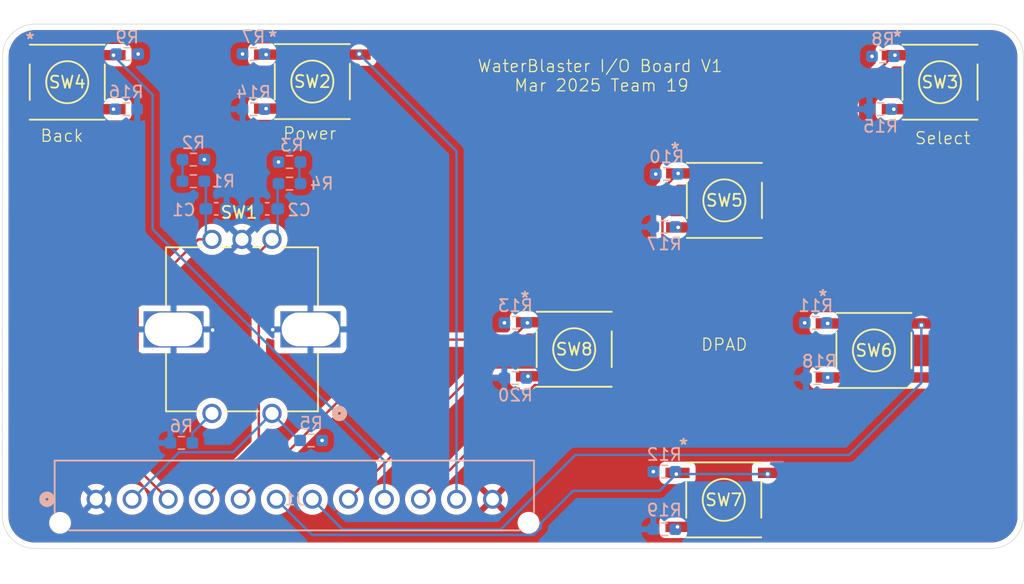
<source format=kicad_pcb>
(kicad_pcb (version 20241229) (generator "pcbnew") (generator_version "9.0")
  (layers (0 "F.Cu" signal) (2 "B.Cu" signal) (13 "F.Paste" user) (15 "B.Paste" user) (5 "F.SilkS" user "F.Silkscreen") (7 "B.SilkS" user "B.Silkscreen") (1 "F.Mask" user) (3 "B.Mask" user) (25 "Edge.Cuts" user))
  (net 0 "")
  (net 1 "/EncoderB")
  (net 2 "/EncoderA")
  (net 3 "/Back")
  (net 4 "/DPadLeft")
  (net 5 "/Select")
  (net 6 "/DPadDown")
  (net 7 "+3V3")
  (net 8 "GND")
  (net 9 "/Power")
  (net 10 "/DPadUp")
  (net 11 "/DPadRight")
  (net 12 "Net-(R1-Pad2)")
  (net 13 "Net-(R3-Pad2)")
  (net 14 "/EncoderButton")
  (net 15 "Net-(R6-Pad2)")
  (net 16 "Net-(R14-Pad2)")
  (net 17 "Net-(R15-Pad2)")
  (net 18 "Net-(R16-Pad2)")
  (net 19 "Net-(R17-Pad2)")
  (net 20 "Net-(R18-Pad2)")
  (net 21 "Net-(R19-Pad2)")
  (net 22 "Net-(R20-Pad2)")
  (footprint "WaterBlaster:PTS645SL43SMTR92LFS_CNK" (layer "F.Cu") (at 177.7481 89.750001)
    (property "Reference" "SW7" (at 0 0 0) (layer "F.SilkS"))
    (property "Value" "SW_Push")
    (fp_line (start -3.1242 -1.485461) (end -3.1242 1.485461) (stroke (width 0.1524)) (layer "F.SilkS"))
    (fp_line (start -3.1242 3.1242) (end 3.1242 3.1242) (stroke (width 0.1524)) (layer "F.SilkS"))
    (fp_line (start 3.1242 -3.1242) (end -3.1242 -3.1242) (stroke (width 0.1524)) (layer "F.SilkS"))
    (fp_line (start 3.1242 1.485461) (end 3.1242 -1.485461) (stroke (width 0.1524)) (layer "F.SilkS"))
    (fp_circle (center 0 0) (end 1.7526 0) (stroke (width 0.1524)) (fill no) (layer "F.SilkS"))
    (fp_text user "*" (at -3.3481 -4.550001 0) (layer "F.SilkS"))
    (fp_text user "*" (at -3.3481 -4.550001 0) (layer "B.SilkS") (effects (justify mirror)))
    (pad "1" smd rect (at -3.8481 -2.250001) (size 2.0066 0.8636) (layers "F.Cu" "F.Mask" "F.Paste") (net 6 "/DPadDown"))
    (pad "1" smd rect (at 3.8481 -2.250001) (size 2.0066 0.8636) (layers "F.Cu" "F.Mask" "F.Paste") (net 6 "/DPadDown"))
    (pad "2" smd rect (at -3.8481 2.250001) (size 2.0066 0.8636) (layers "F.Cu" "F.Mask" "F.Paste") (net 21 "Net-(R19-Pad2)"))
    (pad "2" smd rect (at 3.8481 2.250001) (size 2.0066 0.8636) (layers "F.Cu" "F.Mask" "F.Paste") (net 21 "Net-(R19-Pad2)"))
  )
  (footprint "WaterBlaster:SW_PEC11R-4XXXK-SXXXX_BRN" (layer "F.Cu") (at 140.144801 82.54515 180)
    (property "Reference" "SW1" (at 2.744801 16.74515 0) (layer "F.SilkS"))
    (property "Value" "PEC11R-4020F-S0024")
    (fp_line (start 8.8246 13.838199) (end 8.8246 9) (stroke (width 0.1524)) (layer "F.SilkS"))
    (fp_line (start 8.8246 5) (end 8.8246 0.173) (stroke (width 0.1524)) (layer "F.SilkS"))
    (fp_line (start 8.8246 0.173) (end 6.119553 0.173) (stroke (width 0.1524)) (layer "F.SilkS"))
    (fp_line (start 5.919428 13.838199) (end 8.8246 13.838199) (stroke (width 0.1524)) (layer "F.SilkS"))
    (fp_line (start 3.880448 0.173) (end 1.119552 0.173) (stroke (width 0.1524)) (layer "F.SilkS"))
    (fp_line (start 3.419428 13.838199) (end 4.080573 13.838199) (stroke (width 0.1524)) (layer "F.SilkS"))
    (fp_line (start 0.919428 13.838199) (end 1.580573 13.838199) (stroke (width 0.1524)) (layer "F.SilkS"))
    (fp_line (start -1.119552 0.173) (end -3.8246 0.173) (stroke (width 0.1524)) (layer "F.SilkS"))
    (fp_line (start -3.8246 13.838199) (end -0.919427 13.838199) (stroke (width 0.1524)) (layer "F.SilkS"))
    (fp_line (start -3.8246 9) (end -3.8246 13.838199) (stroke (width 0.1524)) (layer "F.SilkS"))
    (fp_line (start -3.8246 0.173) (end -3.8246 5) (stroke (width 0.1524)) (layer "F.SilkS"))
    (fp_circle (center -5.6026 0) (end -5.2216 0) (stroke (width 0.508)) (fill no) (layer "F.SilkS"))
    (fp_circle (center -5.6026 0) (end -5.2216 0) (stroke (width 0.508)) (fill no) (layer "B.SilkS"))
    (pad "1" thru_hole circle (at 0 0 180) (size 1.6002 1.6002) (drill 1.0922) (layers "*.Cu" "*.Mask") (net 14 "/EncoderButton"))
    (pad "2" thru_hole circle (at 5 0 180) (size 1.6002 1.6002) (drill 1.0922) (layers "*.Cu" "*.Mask") (net 15 "Net-(R6-Pad2)"))
    (pad "3" thru_hole circle (at 0 14.499999 180) (size 1.6002 1.6002) (drill 1.0922) (layers "*.Cu" "*.Mask") (net 2 "/EncoderA"))
    (pad "4" thru_hole circle (at 2.5 14.499999 180) (size 1.6002 1.6002) (drill 1.0922) (layers "*.Cu" "*.Mask") (net 8 "GND"))
    (pad "5" thru_hole circle (at 5 14.499999 180) (size 1.6002 1.6002) (drill 1.0922) (layers "*.Cu" "*.Mask") (net 1 "/EncoderB"))
    (pad "6" thru_hole rect (at 8.200001 6.999999 180) (size 5 3) (drill oval 4.8 2.8) (layers "*.Cu" "*.Mask") (net 8 "GND"))
    (pad "7" thru_hole rect (at -3.200001 6.999999 180) (size 5 3) (drill oval 4.8 2.8) (layers "*.Cu" "*.Mask") (net 8 "GND"))
  )
  (footprint "WaterBlaster:PTS645SL43SMTR92LFS_CNK" (layer "F.Cu") (at 190.2481 77.300002)
    (property "Reference" "SW6" (at 0 0 0) (layer "F.SilkS"))
    (property "Value" "SW_Push")
    (fp_line (start -3.1242 -1.485461) (end -3.1242 1.485461) (stroke (width 0.1524)) (layer "F.SilkS"))
    (fp_line (start -3.1242 3.1242) (end 3.1242 3.1242) (stroke (width 0.1524)) (layer "F.SilkS"))
    (fp_line (start 3.1242 -3.1242) (end -3.1242 -3.1242) (stroke (width 0.1524)) (layer "F.SilkS"))
    (fp_line (start 3.1242 1.485461) (end 3.1242 -1.485461) (stroke (width 0.1524)) (layer "F.SilkS"))
    (fp_circle (center 0 0) (end 1.7526 0) (stroke (width 0.1524)) (fill no) (layer "F.SilkS"))
    (fp_text user "*" (at -4.2481 -4.500002 0) (layer "F.SilkS"))
    (fp_text user "*" (at -4.2481 -4.500002 0) (layer "B.SilkS") (effects (justify mirror)))
    (pad "1" smd rect (at -3.8481 -2.250001) (size 2.0066 0.8636) (layers "F.Cu" "F.Mask" "F.Paste") (net 11 "/DPadRight"))
    (pad "1" smd rect (at 3.8481 -2.250001) (size 2.0066 0.8636) (layers "F.Cu" "F.Mask" "F.Paste") (net 11 "/DPadRight"))
    (pad "2" smd rect (at -3.8481 2.250001) (size 2.0066 0.8636) (layers "F.Cu" "F.Mask" "F.Paste") (net 20 "Net-(R18-Pad2)"))
    (pad "2" smd rect (at 3.8481 2.250001) (size 2.0066 0.8636) (layers "F.Cu" "F.Mask" "F.Paste") (net 20 "Net-(R18-Pad2)"))
  )
  (footprint "WaterBlaster:PTS645SL43SMTR92LFS_CNK" (layer "F.Cu") (at 177.8 64.8)
    (property "Reference" "SW5" (at 0 0 0) (layer "F.SilkS"))
    (property "Value" "SW_Push")
    (fp_line (start -3.1242 -1.485461) (end -3.1242 1.485461) (stroke (width 0.1524)) (layer "F.SilkS"))
    (fp_line (start -3.1242 3.1242) (end 3.1242 3.1242) (stroke (width 0.1524)) (layer "F.SilkS"))
    (fp_line (start 3.1242 -3.1242) (end -3.1242 -3.1242) (stroke (width 0.1524)) (layer "F.SilkS"))
    (fp_line (start 3.1242 1.485461) (end 3.1242 -1.485461) (stroke (width 0.1524)) (layer "F.SilkS"))
    (fp_circle (center 0 0) (end 1.7526 0) (stroke (width 0.1524)) (fill no) (layer "F.SilkS"))
    (fp_text user "*" (at -4.1021 -4.256601 0) (layer "F.SilkS"))
    (fp_text user "*" (at -4.1021 -4.256601 0) (layer "B.SilkS") (effects (justify mirror)))
    (pad "1" smd rect (at -3.8481 -2.250001) (size 2.0066 0.8636) (layers "F.Cu" "F.Mask" "F.Paste") (net 10 "/DPadUp"))
    (pad "1" smd rect (at 3.8481 -2.250001) (size 2.0066 0.8636) (layers "F.Cu" "F.Mask" "F.Paste") (net 10 "/DPadUp"))
    (pad "2" smd rect (at -3.8481 2.250001) (size 2.0066 0.8636) (layers "F.Cu" "F.Mask" "F.Paste") (net 19 "Net-(R17-Pad2)"))
    (pad "2" smd rect (at 3.8481 2.250001) (size 2.0066 0.8636) (layers "F.Cu" "F.Mask" "F.Paste") (net 19 "Net-(R17-Pad2)"))
  )
  (footprint "WaterBlaster:PTS645SL43SMTR92LFS_CNK" (layer "F.Cu") (at 195.7519 54.950001)
    (property "Reference" "SW3" (at 0 0 0) (layer "F.SilkS"))
    (property "Value" "SW_Push")
    (fp_line (start -3.1242 -1.485461) (end -3.1242 1.485461) (stroke (width 0.1524)) (layer "F.SilkS"))
    (fp_line (start -3.1242 3.1242) (end 3.1242 3.1242) (stroke (width 0.1524)) (layer "F.SilkS"))
    (fp_line (start 3.1242 -3.1242) (end -3.1242 -3.1242) (stroke (width 0.1524)) (layer "F.SilkS"))
    (fp_line (start 3.1242 1.485461) (end 3.1242 -1.485461) (stroke (width 0.1524)) (layer "F.SilkS"))
    (fp_circle (center 0 0) (end 1.7526 0) (stroke (width 0.1524)) (fill no) (layer "F.SilkS"))
    (fp_text user "*" (at -3.5519 -3.750001 0) (layer "F.SilkS"))
    (fp_text user "*" (at -3.5519 -3.750001 0) (layer "B.SilkS") (effects (justify mirror)))
    (pad "1" smd rect (at -3.8481 -2.250001) (size 2.0066 0.8636) (layers "F.Cu" "F.Mask" "F.Paste") (net 5 "/Select"))
    (pad "1" smd rect (at 3.8481 -2.250001) (size 2.0066 0.8636) (layers "F.Cu" "F.Mask" "F.Paste") (net 5 "/Select"))
    (pad "2" smd rect (at -3.8481 2.250001) (size 2.0066 0.8636) (layers "F.Cu" "F.Mask" "F.Paste") (net 17 "Net-(R15-Pad2)"))
    (pad "2" smd rect (at 3.8481 2.250001) (size 2.0066 0.8636) (layers "F.Cu" "F.Mask" "F.Paste") (net 17 "Net-(R15-Pad2)"))
  )
  (footprint "WaterBlaster:PTS645SL43SMTR92LFS_CNK" (layer "F.Cu") (at 143.5 54.9)
    (property "Reference" "SW2" (at 0 0 0) (layer "F.SilkS"))
    (property "Value" "SW_Push")
    (fp_line (start -3.1242 -1.485461) (end -3.1242 1.485461) (stroke (width 0.1524)) (layer "F.SilkS"))
    (fp_line (start -3.1242 3.1242) (end 3.1242 3.1242) (stroke (width 0.1524)) (layer "F.SilkS"))
    (fp_line (start 3.1242 -3.1242) (end -3.1242 -3.1242) (stroke (width 0.1524)) (layer "F.SilkS"))
    (fp_line (start 3.1242 1.485461) (end 3.1242 -1.485461) (stroke (width 0.1524)) (layer "F.SilkS"))
    (fp_circle (center 0 0) (end 1.7526 0) (stroke (width 0.1524)) (fill no) (layer "F.SilkS"))
    (fp_text user "*" (at -3.3 -3.7 0) (layer "F.SilkS"))
    (fp_text user "*" (at -3.3 -3.7 0) (layer "B.SilkS") (effects (justify mirror)))
    (pad "1" smd rect (at -3.8481 -2.250001) (size 2.0066 0.8636) (layers "F.Cu" "F.Mask" "F.Paste") (net 9 "/Power"))
    (pad "1" smd rect (at 3.8481 -2.250001) (size 2.0066 0.8636) (layers "F.Cu" "F.Mask" "F.Paste") (net 9 "/Power"))
    (pad "2" smd rect (at -3.8481 2.250001) (size 2.0066 0.8636) (layers "F.Cu" "F.Mask" "F.Paste") (net 16 "Net-(R14-Pad2)"))
    (pad "2" smd rect (at 3.8481 2.250001) (size 2.0066 0.8636) (layers "F.Cu" "F.Mask" "F.Paste") (net 16 "Net-(R14-Pad2)"))
  )
  (footprint "WaterBlaster:PTS645SL43SMTR92LFS_CNK" (layer "F.Cu") (at 123.1 54.949999)
    (property "Reference" "SW4" (at 0 0 0) (layer "F.SilkS"))
    (property "Value" "SW_Push")
    (fp_line (start -3.1242 -1.485461) (end -3.1242 1.485461) (stroke (width 0.1524)) (layer "F.SilkS"))
    (fp_line (start -3.1242 3.1242) (end 3.1242 3.1242) (stroke (width 0.1524)) (layer "F.SilkS"))
    (fp_line (start 3.1242 -3.1242) (end -3.1242 -3.1242) (stroke (width 0.1524)) (layer "F.SilkS"))
    (fp_line (start 3.1242 1.485461) (end 3.1242 -1.485461) (stroke (width 0.1524)) (layer "F.SilkS"))
    (fp_circle (center 0 0) (end 1.7526 0) (stroke (width 0.1524)) (fill no) (layer "F.SilkS"))
    (fp_text user "*" (at -3.1 -3.549999 0) (layer "F.SilkS"))
    (fp_text user "*" (at -3.1 -3.549999 0) (layer "B.SilkS") (effects (justify mirror)))
    (pad "1" smd rect (at -3.8481 -2.250001) (size 2.0066 0.8636) (layers "F.Cu" "F.Mask" "F.Paste") (net 3 "/Back"))
    (pad "1" smd rect (at 3.8481 -2.250001) (size 2.0066 0.8636) (layers "F.Cu" "F.Mask" "F.Paste") (net 3 "/Back"))
    (pad "2" smd rect (at -3.8481 2.250001) (size 2.0066 0.8636) (layers "F.Cu" "F.Mask" "F.Paste") (net 18 "Net-(R16-Pad2)"))
    (pad "2" smd rect (at 3.8481 2.250001) (size 2.0066 0.8636) (layers "F.Cu" "F.Mask" "F.Paste") (net 18 "Net-(R16-Pad2)"))
  )
  (footprint "WaterBlaster:PTS645SL43SMTR92LFS_CNK" (layer "F.Cu") (at 165.3 77.2)
    (property "Reference" "SW8" (at 0 0 0) (layer "F.SilkS"))
    (property "Value" "SW_Push")
    (fp_line (start -3.1242 -1.485461) (end -3.1242 1.485461) (stroke (width 0.1524)) (layer "F.SilkS"))
    (fp_line (start -3.1242 3.1242) (end 3.1242 3.1242) (stroke (width 0.1524)) (layer "F.SilkS"))
    (fp_line (start 3.1242 -3.1242) (end -3.1242 -3.1242) (stroke (width 0.1524)) (layer "F.SilkS"))
    (fp_line (start 3.1242 1.485461) (end 3.1242 -1.485461) (stroke (width 0.1524)) (layer "F.SilkS"))
    (fp_circle (center 0 0) (end 1.7526 0) (stroke (width 0.1524)) (fill no) (layer "F.SilkS"))
    (fp_text user "*" (at -4.1021 -4.256601 0) (layer "F.SilkS"))
    (fp_text user "*" (at -4.1021 -4.256601 0) (layer "B.SilkS") (effects (justify mirror)))
    (pad "1" smd rect (at -3.8481 -2.250001) (size 2.0066 0.8636) (layers "F.Cu" "F.Mask" "F.Paste") (net 4 "/DPadLeft"))
    (pad "1" smd rect (at 3.8481 -2.250001) (size 2.0066 0.8636) (layers "F.Cu" "F.Mask" "F.Paste") (net 4 "/DPadLeft"))
    (pad "2" smd rect (at -3.8481 2.250001) (size 2.0066 0.8636) (layers "F.Cu" "F.Mask" "F.Paste") (net 22 "Net-(R20-Pad2)"))
    (pad "2" smd rect (at 3.8481 2.250001) (size 2.0066 0.8636) (layers "F.Cu" "F.Mask" "F.Paste") (net 22 "Net-(R20-Pad2)"))
  )
  (footprint "Capacitor_SMD:C_0603_1608Metric_Pad1.08x0.95mm_HandSolder" (layer "B.Cu") (at 135.5 65.5 180)
    (property "Reference" "C1" (at 2.7 -0.1 0) (layer "B.SilkS") (effects (justify mirror)))
    (property "Value" ".01uF")
    (fp_line (start -0.146267 0.51) (end 0.146267 0.51) (stroke (width 0.12)) (layer "B.SilkS"))
    (fp_line (start -0.146267 -0.51) (end 0.146267 -0.51) (stroke (width 0.12)) (layer "B.SilkS"))
    (pad "1" smd roundrect (at -0.8625 0 180) (size 1.075 0.95) (layers "B.Cu" "B.Mask" "B.Paste") (net 8 "GND"))
    (pad "2" smd roundrect (at 0.8625 0 180) (size 1.075 0.95) (layers "B.Cu" "B.Mask" "B.Paste") (net 1 "/EncoderB"))
  )
  (footprint "Resistor_SMD:R_0603_1608Metric_Pad0.98x0.95mm_HandSolder" (layer "B.Cu") (at 141.6 61.6)
    (property "Reference" "R3" (at 0.2 -1.4 0) (layer "B.SilkS") (effects (justify mirror)))
    (property "Value" "10K")
    (fp_line (start -0.254724 -0.5225) (end 0.254724 -0.5225) (stroke (width 0.12)) (layer "B.SilkS"))
    (fp_line (start -0.254724 0.5225) (end 0.254724 0.5225) (stroke (width 0.12)) (layer "B.SilkS"))
    (pad "1" smd roundrect (at -0.9125 0) (size 0.975 0.95) (layers "B.Cu" "B.Mask" "B.Paste") (net 7 "+3V3"))
    (pad "2" smd roundrect (at 0.9125 0) (size 0.975 0.95) (layers "B.Cu" "B.Mask" "B.Paste") (net 13 "Net-(R3-Pad2)"))
  )
  (footprint "Resistor_SMD:R_0603_1608Metric_Pad0.98x0.95mm_HandSolder" (layer "B.Cu") (at 133.6 63.2 180)
    (property "Reference" "R1" (at -2.4875 0 0) (layer "B.SilkS") (effects (justify mirror)))
    (property "Value" "10K")
    (fp_line (start -0.254724 0.5225) (end 0.254724 0.5225) (stroke (width 0.12)) (layer "B.SilkS"))
    (fp_line (start -0.254724 -0.5225) (end 0.254724 -0.5225) (stroke (width 0.12)) (layer "B.SilkS"))
    (pad "1" smd roundrect (at -0.9125 0 180) (size 0.975 0.95) (layers "B.Cu" "B.Mask" "B.Paste") (net 1 "/EncoderB"))
    (pad "2" smd roundrect (at 0.9125 0 180) (size 0.975 0.95) (layers "B.Cu" "B.Mask" "B.Paste") (net 12 "Net-(R1-Pad2)"))
  )
  (footprint "Resistor_SMD:R_0603_1608Metric_Pad0.98x0.95mm_HandSolder" (layer "B.Cu") (at 172.8 92.2)
    (property "Reference" "R19" (at 0 -1.6 0) (layer "B.SilkS") (effects (justify mirror)))
    (property "Value" "1k")
    (fp_line (start -0.254724 -0.5225) (end 0.254724 -0.5225) (stroke (width 0.12)) (layer "B.SilkS"))
    (fp_line (start -0.254724 0.5225) (end 0.254724 0.5225) (stroke (width 0.12)) (layer "B.SilkS"))
    (pad "1" smd roundrect (at -0.9125 0) (size 0.975 0.95) (layers "B.Cu" "B.Mask" "B.Paste") (net 8 "GND"))
    (pad "2" smd roundrect (at 0.9125 0) (size 0.975 0.95) (layers "B.Cu" "B.Mask" "B.Paste") (net 21 "Net-(R19-Pad2)"))
  )
  (footprint "Resistor_SMD:R_0603_1608Metric_Pad0.98x0.95mm_HandSolder" (layer "B.Cu") (at 190.8 57.2)
    (property "Reference" "R15" (at 0 1.43 0) (layer "B.SilkS") (effects (justify mirror)))
    (property "Value" "1k")
    (fp_line (start -0.254724 -0.5225) (end 0.254724 -0.5225) (stroke (width 0.12)) (layer "B.SilkS"))
    (fp_line (start -0.254724 0.5225) (end 0.254724 0.5225) (stroke (width 0.12)) (layer "B.SilkS"))
    (pad "1" smd roundrect (at -0.9125 0) (size 0.975 0.95) (layers "B.Cu" "B.Mask" "B.Paste") (net 8 "GND"))
    (pad "2" smd roundrect (at 0.9125 0) (size 0.975 0.95) (layers "B.Cu" "B.Mask" "B.Paste") (net 17 "Net-(R15-Pad2)"))
  )
  (footprint "Resistor_SMD:R_0603_1608Metric_Pad0.98x0.95mm_HandSolder" (layer "B.Cu") (at 138.6 52.6 180)
    (property "Reference" "R7" (at 0 1.43 0) (layer "B.SilkS") (effects (justify mirror)))
    (property "Value" "10k")
    (fp_line (start -0.254724 0.5225) (end 0.254724 0.5225) (stroke (width 0.12)) (layer "B.SilkS"))
    (fp_line (start -0.254724 -0.5225) (end 0.254724 -0.5225) (stroke (width 0.12)) (layer "B.SilkS"))
    (pad "1" smd roundrect (at -0.9125 0 180) (size 0.975 0.95) (layers "B.Cu" "B.Mask" "B.Paste") (net 9 "/Power"))
    (pad "2" smd roundrect (at 0.9125 0 180) (size 0.975 0.95) (layers "B.Cu" "B.Mask" "B.Paste") (net 7 "+3V3"))
  )
  (footprint "Resistor_SMD:R_0603_1608Metric_Pad0.98x0.95mm_HandSolder" (layer "B.Cu") (at 133.6 61.4)
    (property "Reference" "R2" (at 0 -1.4 0) (layer "B.SilkS") (effects (justify mirror)))
    (property "Value" "10K")
    (fp_line (start -0.254724 -0.5225) (end 0.254724 -0.5225) (stroke (width 0.12)) (layer "B.SilkS"))
    (fp_line (start -0.254724 0.5225) (end 0.254724 0.5225) (stroke (width 0.12)) (layer "B.SilkS"))
    (pad "1" smd roundrect (at -0.9125 0) (size 0.975 0.95) (layers "B.Cu" "B.Mask" "B.Paste") (net 12 "Net-(R1-Pad2)"))
    (pad "2" smd roundrect (at 0.9125 0) (size 0.975 0.95) (layers "B.Cu" "B.Mask" "B.Paste") (net 7 "+3V3"))
  )
  (footprint "Resistor_SMD:R_0603_1608Metric_Pad0.98x0.95mm_HandSolder" (layer "B.Cu") (at 172.8 67)
    (property "Reference" "R17" (at 0 1.43 0) (layer "B.SilkS") (effects (justify mirror)))
    (property "Value" "1k")
    (fp_line (start -0.254724 -0.5225) (end 0.254724 -0.5225) (stroke (width 0.12)) (layer "B.SilkS"))
    (fp_line (start -0.254724 0.5225) (end 0.254724 0.5225) (stroke (width 0.12)) (layer "B.SilkS"))
    (pad "1" smd roundrect (at -0.9125 0) (size 0.975 0.95) (layers "B.Cu" "B.Mask" "B.Paste") (net 8 "GND"))
    (pad "2" smd roundrect (at 0.9125 0) (size 0.975 0.95) (layers "B.Cu" "B.Mask" "B.Paste") (net 19 "Net-(R17-Pad2)"))
  )
  (footprint "Resistor_SMD:R_0603_1608Metric_Pad0.98x0.95mm_HandSolder" (layer "B.Cu") (at 132.6 85)
    (property "Reference" "R6" (at 0 -1.4 0) (layer "B.SilkS") (effects (justify mirror)))
    (property "Value" "1k")
    (fp_line (start -0.254724 -0.5225) (end 0.254724 -0.5225) (stroke (width 0.12)) (layer "B.SilkS"))
    (fp_line (start -0.254724 0.5225) (end 0.254724 0.5225) (stroke (width 0.12)) (layer "B.SilkS"))
    (pad "1" smd roundrect (at -0.9125 0) (size 0.975 0.95) (layers "B.Cu" "B.Mask" "B.Paste") (net 8 "GND"))
    (pad "2" smd roundrect (at 0.9125 0) (size 0.975 0.95) (layers "B.Cu" "B.Mask" "B.Paste") (net 15 "Net-(R6-Pad2)"))
  )
  (footprint "Resistor_SMD:R_0603_1608Metric_Pad0.98x0.95mm_HandSolder" (layer "B.Cu") (at 141.6 63.4 180)
    (property "Reference" "R4" (at -2.6875 0 0) (layer "B.SilkS") (effects (justify mirror)))
    (property "Value" "10K")
    (fp_line (start -0.254724 0.5225) (end 0.254724 0.5225) (stroke (width 0.12)) (layer "B.SilkS"))
    (fp_line (start -0.254724 -0.5225) (end 0.254724 -0.5225) (stroke (width 0.12)) (layer "B.SilkS"))
    (pad "1" smd roundrect (at -0.9125 0 180) (size 0.975 0.95) (layers "B.Cu" "B.Mask" "B.Paste") (net 13 "Net-(R3-Pad2)"))
    (pad "2" smd roundrect (at 0.9125 0 180) (size 0.975 0.95) (layers "B.Cu" "B.Mask" "B.Paste") (net 2 "/EncoderA"))
  )
  (footprint "Resistor_SMD:R_0603_1608Metric_Pad0.98x0.95mm_HandSolder" (layer "B.Cu") (at 185.4 75 180)
    (property "Reference" "R11" (at 0 1.43 0) (layer "B.SilkS") (effects (justify mirror)))
    (property "Value" "10k")
    (fp_line (start -0.254724 0.5225) (end 0.254724 0.5225) (stroke (width 0.12)) (layer "B.SilkS"))
    (fp_line (start -0.254724 -0.5225) (end 0.254724 -0.5225) (stroke (width 0.12)) (layer "B.SilkS"))
    (pad "1" smd roundrect (at -0.9125 0 180) (size 0.975 0.95) (layers "B.Cu" "B.Mask" "B.Paste") (net 11 "/DPadRight"))
    (pad "2" smd roundrect (at 0.9125 0 180) (size 0.975 0.95) (layers "B.Cu" "B.Mask" "B.Paste") (net 7 "+3V3"))
  )
  (footprint "WaterBlaster:CONN_SD-43650-010_12_MOL" (layer "B.Cu") (at 142 89.381301 180)
    (property "Reference" "J1" (at 0 -0.318699 0) (layer "B.SilkS") (effects (justify mirror)))
    (property "Value" "Conn_01x12")
    (fp_circle (center 20.5867 -0.318699) (end 20.9677 -0.318699) (stroke (width 0.508)) (fill no) (layer "F.SilkS"))
    (fp_line (start 19.9517 2.9083) (end -19.9517 2.9083) (stroke (width 0.1524)) (layer "B.SilkS"))
    (fp_line (start 19.9517 -1.394227) (end 19.9517 2.9083) (stroke (width 0.1524)) (layer "B.SilkS"))
    (fp_line (start -18.731929 -2.9083) (end 18.731929 -2.9083) (stroke (width 0.1524)) (layer "B.SilkS"))
    (fp_line (start -19.9517 2.9083) (end -19.9517 -1.394227) (stroke (width 0.1524)) (layer "B.SilkS"))
    (fp_circle (center 20.5867 -0.318699) (end 20.9677 -0.318699) (stroke (width 0.508)) (fill no) (layer "B.SilkS"))
    (pad "" np_thru_hole circle (at -19.499999 -2.2787 180) (size 1.3208 1.3208) (drill 1.3208) (layers "*.Cu" "*.Mask"))
    (pad "" np_thru_hole circle (at 19.499999 -2.2787 180) (size 1.3208 1.3208) (drill 1.3208) (layers "*.Cu" "*.Mask"))
    (pad "1" thru_hole circle (at 16.499995 -0.318699 180) (size 1.5748 1.5748) (drill 1.0668) (layers "*.Cu" "*.Mask") (net 8 "GND"))
    (pad "2" thru_hole circle (at 13.499996 -0.318699 180) (size 1.5748 1.5748) (drill 1.0668) (layers "*.Cu" "*.Mask") (net 14 "/EncoderButton"))
    (pad "3" thru_hole circle (at 10.499997 -0.318699 180) (size 1.5748 1.5748) (drill 1.0668) (layers "*.Cu" "*.Mask") (net 1 "/EncoderB"))
    (pad "4" thru_hole circle (at 7.499998 -0.318699 180) (size 1.5748 1.5748) (drill 1.0668) (layers "*.Cu" "*.Mask") (net 2 "/EncoderA"))
    (pad "5" thru_hole circle (at 4.499999 -0.318699 180) (size 1.5748 1.5748) (drill 1.0668) (layers "*.Cu" "*.Mask") (net 4 "/DPadLeft"))
    (pad "6" thru_hole circle (at 1.5 -0.318699 180) (size 1.5748 1.5748) (drill 1.0668) (layers "*.Cu" "*.Mask") (net 6 "/DPadDown"))
    (pad "7" thru_hole circle (at -1.5 -0.318699 180) (size 1.5748 1.5748) (drill 1.0668) (layers "*.Cu" "*.Mask") (net 11 "/DPadRight"))
    (pad "8" thru_hole circle (at -4.499999 -0.318699 180) (size 1.5748 1.5748) (drill 1.0668) (layers "*.Cu" "*.Mask") (net 10 "/DPadUp"))
    (pad "9" thru_hole circle (at -7.499998 -0.318699 180) (size 1.5748 1.5748) (drill 1.0668) (layers "*.Cu" "*.Mask") (net 3 "/Back"))
    (pad "10" thru_hole circle (at -10.499997 -0.318699 180) (size 1.5748 1.5748) (drill 1.0668) (layers "*.Cu" "*.Mask") (net 5 "/Select"))
    (pad "11" thru_hole circle (at -13.499996 -0.318699 180) (size 1.5748 1.5748) (drill 1.0668) (layers "*.Cu" "*.Mask") (net 9 "/Power"))
    (pad "12" thru_hole circle (at -16.499995 -0.318699 180) (size 1.5748 1.5748) (drill 1.0668) (layers "*.Cu" "*.Mask") (net 7 "+3V3"))
  )
  (footprint "Resistor_SMD:R_0603_1608Metric_Pad0.98x0.95mm_HandSolder" (layer "B.Cu") (at 128 57.2 180)
    (property "Reference" "R16" (at 0 1.43 0) (layer "B.SilkS") (effects (justify mirror)))
    (property "Value" "1k")
    (fp_line (start -0.254724 0.5225) (end 0.254724 0.5225) (stroke (width 0.12)) (layer "B.SilkS"))
    (fp_line (start -0.254724 -0.5225) (end 0.254724 -0.5225) (stroke (width 0.12)) (layer "B.SilkS"))
    (pad "1" smd roundrect (at -0.9125 0 180) (size 0.975 0.95) (layers "B.Cu" "B.Mask" "B.Paste") (net 8 "GND"))
    (pad "2" smd roundrect (at 0.9125 0 180) (size 0.975 0.95) (layers "B.Cu" "B.Mask" "B.Paste") (net 18 "Net-(R16-Pad2)"))
  )
  (footprint "Resistor_SMD:R_0603_1608Metric_Pad0.98x0.95mm_HandSolder" (layer "B.Cu") (at 160.4 79.6)
    (property "Reference" "R20" (at 0 1.43 0) (layer "B.SilkS") (effects (justify mirror)))
    (property "Value" "1k")
    (fp_line (start -0.254724 -0.5225) (end 0.254724 -0.5225) (stroke (width 0.12)) (layer "B.SilkS"))
    (fp_line (start -0.254724 0.5225) (end 0.254724 0.5225) (stroke (width 0.12)) (layer "B.SilkS"))
    (pad "1" smd roundrect (at -0.9125 0) (size 0.975 0.95) (layers "B.Cu" "B.Mask" "B.Paste") (net 8 "GND"))
    (pad "2" smd roundrect (at 0.9125 0) (size 0.975 0.95) (layers "B.Cu" "B.Mask" "B.Paste") (net 22 "Net-(R20-Pad2)"))
  )
  (footprint "Resistor_SMD:R_0603_1608Metric_Pad0.98x0.95mm_HandSolder" (layer "B.Cu") (at 172.8 87.4 180)
    (property "Reference" "R12" (at 0 1.43 0) (layer "B.SilkS") (effects (justify mirror)))
    (property "Value" "10k")
    (fp_line (start -0.254724 0.5225) (end 0.254724 0.5225) (stroke (width 0.12)) (layer "B.SilkS"))
    (fp_line (start -0.254724 -0.5225) (end 0.254724 -0.5225) (stroke (width 0.12)) (layer "B.SilkS"))
    (pad "1" smd roundrect (at -0.9125 0 180) (size 0.975 0.95) (layers "B.Cu" "B.Mask" "B.Paste") (net 6 "/DPadDown"))
    (pad "2" smd roundrect (at 0.9125 0 180) (size 0.975 0.95) (layers "B.Cu" "B.Mask" "B.Paste") (net 7 "+3V3"))
  )
  (footprint "Resistor_SMD:R_0603_1608Metric_Pad0.98x0.95mm_HandSolder" (layer "B.Cu") (at 160.4 75 180)
    (property "Reference" "R13" (at 0 1.43 0) (layer "B.SilkS") (effects (justify mirror)))
    (property "Value" "10k")
    (fp_line (start -0.254724 0.5225) (end 0.254724 0.5225) (stroke (width 0.12)) (layer "B.SilkS"))
    (fp_line (start -0.254724 -0.5225) (end 0.254724 -0.5225) (stroke (width 0.12)) (layer "B.SilkS"))
    (pad "1" smd roundrect (at -0.9125 0 180) (size 0.975 0.95) (layers "B.Cu" "B.Mask" "B.Paste") (net 4 "/DPadLeft"))
    (pad "2" smd roundrect (at 0.9125 0 180) (size 0.975 0.95) (layers "B.Cu" "B.Mask" "B.Paste") (net 7 "+3V3"))
  )
  (footprint "Resistor_SMD:R_0603_1608Metric_Pad0.98x0.95mm_HandSolder" (layer "B.Cu") (at 191 52.8 180)
    (property "Reference" "R8" (at 0 1.43 0) (layer "B.SilkS") (effects (justify mirror)))
    (property "Value" "10k")
    (fp_line (start -0.254724 0.5225) (end 0.254724 0.5225) (stroke (width 0.12)) (layer "B.SilkS"))
    (fp_line (start -0.254724 -0.5225) (end 0.254724 -0.5225) (stroke (width 0.12)) (layer "B.SilkS"))
    (pad "1" smd roundrect (at -0.9125 0 180) (size 0.975 0.95) (layers "B.Cu" "B.Mask" "B.Paste") (net 5 "/Select"))
    (pad "2" smd roundrect (at 0.9125 0 180) (size 0.975 0.95) (layers "B.Cu" "B.Mask" "B.Paste") (net 7 "+3V3"))
  )
  (footprint "Resistor_SMD:R_0603_1608Metric_Pad0.98x0.95mm_HandSolder" (layer "B.Cu") (at 128.0875 52.6)
    (property "Reference" "R9" (at 0 -1.4 0) (layer "B.SilkS") (effects (justify mirror)))
    (property "Value" "10k")
    (fp_line (start -0.254724 -0.5225) (end 0.254724 -0.5225) (stroke (width 0.12)) (layer "B.SilkS"))
    (fp_line (start -0.254724 0.5225) (end 0.254724 0.5225) (stroke (width 0.12)) (layer "B.SilkS"))
    (pad "1" smd roundrect (at -0.9125 0) (size 0.975 0.95) (layers "B.Cu" "B.Mask" "B.Paste") (net 3 "/Back"))
    (pad "2" smd roundrect (at 0.9125 0) (size 0.975 0.95) (layers "B.Cu" "B.Mask" "B.Paste") (net 7 "+3V3"))
  )
  (footprint "Capacitor_SMD:C_0603_1608Metric_Pad1.08x0.95mm_HandSolder" (layer "B.Cu") (at 139.75 65.5 180)
    (property "Reference" "C2" (at -2.65 -0.1 0) (layer "B.SilkS") (effects (justify mirror)))
    (property "Value" ".01uF")
    (fp_line (start -0.146267 0.51) (end 0.146267 0.51) (stroke (width 0.12)) (layer "B.SilkS"))
    (fp_line (start -0.146267 -0.51) (end 0.146267 -0.51) (stroke (width 0.12)) (layer "B.SilkS"))
    (pad "1" smd roundrect (at -0.8625 0 180) (size 1.075 0.95) (layers "B.Cu" "B.Mask" "B.Paste") (net 2 "/EncoderA"))
    (pad "2" smd roundrect (at 0.8625 0 180) (size 1.075 0.95) (layers "B.Cu" "B.Mask" "B.Paste") (net 8 "GND"))
  )
  (footprint "Resistor_SMD:R_0603_1608Metric_Pad0.98x0.95mm_HandSolder" (layer "B.Cu") (at 173 62.6 180)
    (property "Reference" "R10" (at 0 1.43 0) (layer "B.SilkS") (effects (justify mirror)))
    (property "Value" "10k")
    (fp_line (start -0.254724 0.5225) (end 0.254724 0.5225) (stroke (width 0.12)) (layer "B.SilkS"))
    (fp_line (start -0.254724 -0.5225) (end 0.254724 -0.5225) (stroke (width 0.12)) (layer "B.SilkS"))
    (pad "1" smd roundrect (at -0.9125 0 180) (size 0.975 0.95) (layers "B.Cu" "B.Mask" "B.Paste") (net 10 "/DPadUp"))
    (pad "2" smd roundrect (at 0.9125 0 180) (size 0.975 0.95) (layers "B.Cu" "B.Mask" "B.Paste") (net 7 "+3V3"))
  )
  (footprint "Resistor_SMD:R_0603_1608Metric_Pad0.98x0.95mm_HandSolder" (layer "B.Cu") (at 143.4 84.8 180)
    (property "Reference" "R5" (at 0 1.43 0) (layer "B.SilkS") (effects (justify mirror)))
    (property "Value" "10k")
    (fp_line (start -0.254724 0.5225) (end 0.254724 0.5225) (stroke (width 0.12)) (layer "B.SilkS"))
    (fp_line (start -0.254724 -0.5225) (end 0.254724 -0.5225) (stroke (width 0.12)) (layer "B.SilkS"))
    (pad "1" smd roundrect (at -0.9125 0 180) (size 0.975 0.95) (layers "B.Cu" "B.Mask" "B.Paste") (net 7 "+3V3"))
    (pad "2" smd roundrect (at 0.9125 0 180) (size 0.975 0.95) (layers "B.Cu" "B.Mask" "B.Paste") (net 14 "/EncoderButton"))
  )
  (footprint "Resistor_SMD:R_0603_1608Metric_Pad0.98x0.95mm_HandSolder" (layer "B.Cu") (at 185.5125 79.6)
    (property "Reference" "R18" (at 0.2 -1.4 0) (layer "B.SilkS") (effects (justify mirror)))
    (property "Value" "1k")
    (fp_line (start -0.254724 -0.5225) (end 0.254724 -0.5225) (stroke (width 0.12)) (layer "B.SilkS"))
    (fp_line (start -0.254724 0.5225) (end 0.254724 0.5225) (stroke (width 0.12)) (layer "B.SilkS"))
    (pad "1" smd roundrect (at -0.9125 0) (size 0.975 0.95) (layers "B.Cu" "B.Mask" "B.Paste") (net 8 "GND"))
    (pad "2" smd roundrect (at 0.9125 0) (size 0.975 0.95) (layers "B.Cu" "B.Mask" "B.Paste") (net 20 "Net-(R18-Pad2)"))
  )
  (footprint "Resistor_SMD:R_0603_1608Metric_Pad0.98x0.95mm_HandSolder" (layer "B.Cu") (at 138.6 57.2)
    (property "Reference" "R14" (at 0 -1.4 0) (layer "B.SilkS") (effects (justify mirror)))
    (property "Value" "1k")
    (fp_line (start -0.254724 -0.5225) (end 0.254724 -0.5225) (stroke (width 0.12)) (layer "B.SilkS"))
    (fp_line (start -0.254724 0.5225) (end 0.254724 0.5225) (stroke (width 0.12)) (layer "B.SilkS"))
    (pad "1" smd roundrect (at -0.9125 0) (size 0.975 0.95) (layers "B.Cu" "B.Mask" "B.Paste") (net 8 "GND"))
    (pad "2" smd roundrect (at 0.9125 0) (size 0.975 0.95) (layers "B.Cu" "B.Mask" "B.Paste") (net 16 "Net-(R14-Pad2)"))
  )
  (gr_arc (start 120.399999 93.800001) (mid 118.490811 93.009189) (end 117.699999 91.100001) (stroke (width 0.05)) (layer "Edge.Cuts"))
  (gr_line (start 200 93.8) (end 120.399999 93.8) (stroke (width 0.05)) (layer "Edge.Cuts"))
  (gr_arc (start 202.7 91.1) (mid 201.909188 93.009188) (end 200 93.8) (stroke (width 0.05)) (layer "Edge.Cuts"))
  (gr_line (start 117.7 91.100001) (end 117.709188 52.8092) (stroke (width 0.05)) (layer "Edge.Cuts"))
  (gr_arc (start 199.990812 50.109188) (mid 201.9 50.9) (end 202.690812 52.809188) (stroke (width 0.05)) (layer "Edge.Cuts"))
  (gr_arc (start 117.709188 52.809188) (mid 118.5 50.9) (end 120.409188 50.109188) (stroke (width 0.05)) (layer "Edge.Cuts"))
  (gr_line (start 202.690811 52.809188) (end 202.7 91.1) (stroke (width 0.05)) (layer "Edge.Cuts"))
  (gr_line (start 120.4092 50.109188) (end 199.990812 50.109188) (stroke (width 0.05)) (layer "Edge.Cuts"))
  (gr_text "DPAD" (at 175.8 77.4 0) (layer "F.SilkS") (effects (font (size 1 1) (thickness 0.1)) (justify left bottom)))
  (gr_text "Power" (at 141 59.8 0) (layer "F.SilkS") (effects (font (size 1 1) (thickness 0.1)) (justify left bottom)))
  (gr_text "Select" (at 193.6 60.2 0) (layer "F.SilkS") (effects (font (size 1 1) (thickness 0.1)) (justify left bottom)))
  (gr_text "WaterBlaster I/O Board V1\n    Mar 2025 Team 19" (at 157.2 55.8 0) (layer "F.SilkS") (effects (font (size 1 1) (thickness 0.1)) (justify left bottom)))
  (gr_text "Back" (at 120.8 60 0) (layer "F.SilkS") (effects (font (size 1 1) (thickness 0.1)) (justify left bottom)))
  (segment (start 135.144801 68.045151) (end 134.013289 68.045151) (width 0.2) (layer "F.Cu") (net 1))
  (segment (start 134.013289 68.045151) (end 128.950835 73.107605) (width 0.2) (layer "F.Cu") (net 1))
  (segment (start 128.950835 73.107605) (end 128.950835 87.150832) (width 0.2) (layer "F.Cu") (net 1))
  (segment (start 128.950835 87.150832) (end 131.500003 89.7) (width 0.2) (layer "F.Cu") (net 1))
  (segment (start 134.6375 67.53785) (end 135.144801 68.045151) (width 0.2) (layer "B.Cu") (net 1))
  (segment (start 134.6375 63.25) (end 134.6875 63.2) (width 0.2) (layer "B.Cu") (net 1))
  (segment (start 134.6375 65.5) (end 134.6375 63.25) (width 0.2) (layer "B.Cu") (net 1))
  (segment (start 134.6375 65.5) (end 134.6375 67.53785) (width 0.2) (layer "B.Cu") (net 1))
  (segment (start 139.043701 69.146251) (end 139.043701 85.156301) (width 0.2) (layer "F.Cu") (net 2))
  (segment (start 140.144801 68.045151) (end 139.043701 69.146251) (width 0.2) (layer "F.Cu") (net 2))
  (segment (start 139.043701 85.156301) (end 134.500002 89.7) (width 0.2) (layer "F.Cu") (net 2))
  (segment (start 140.6125 63.4125) (end 140.6 63.4) (width 0.2) (layer "B.Cu") (net 2))
  (segment (start 140.6125 65.5) (end 140.6125 63.4125) (width 0.2) (layer "B.Cu") (net 2))
  (segment (start 140.6125 67.577452) (end 140.144801 68.045151) (width 0.2) (layer "B.Cu") (net 2))
  (segment (start 140.6125 65.5) (end 140.6125 67.577452) (width 0.2) (layer "B.Cu") (net 2))
  (segment (start 119.2519 52.699998) (end 126.9481 52.699998) (width 0.2) (layer "F.Cu") (net 3))
  (via (at 126.9481 52.699998) (size 0.6) (drill 0.3) (layers "F.Cu" "B.Cu") (net 3))
  (segment (start 149.499998 89.7) (end 149.499998 86.499998) (width 0.2) (layer "B.Cu") (net 3))
  (segment (start 149.499998 86.499998) (end 130.2 67.2) (width 0.2) (layer "B.Cu") (net 3))
  (segment (start 130.2 67.2) (end 130.2 56) (width 0.2) (layer "B.Cu") (net 3))
  (segment (start 130.2 56) (end 127 52.8) (width 0.2) (layer "B.Cu") (net 3))
  (segment (start 161.4519 74.949999) (end 161.40095 75.00095) (width 0.2) (layer "F.Cu") (net 4))
  (segment (start 161.4519 74.949999) (end 169.1481 74.949999) (width 0.2) (layer "F.Cu") (net 4))
  (segment (start 161.40095 75.00095) (end 160.001899 76.4) (width 0.2) (layer "F.Cu") (net 4))
  (segment (start 150.800001 76.4) (end 137.500001 89.7) (width 0.2) (layer "F.Cu") (net 4))
  (segment (start 160.001899 76.4) (end 150.800001 76.4) (width 0.2) (layer "F.Cu") (net 4))
  (via (at 161.40095 75.00095) (size 0.6) (drill 0.3) (layers "F.Cu" "B.Cu") (net 4))
  (segment (start 172.217199 80.182801) (end 188.4 64) (width 0.2) (layer "F.Cu") (net 5))
  (segment (start 152.499997 89.7) (end 162.017196 80.182801) (width 0.2) (layer "F.Cu") (net 5))
  (segment (start 192 52.7) (end 199.6 52.7) (width 0.2) (layer "F.Cu") (net 5))
  (segment (start 191.9038 52.7) (end 192 52.7) (width 0.2) (layer "F.Cu") (net 5))
  (segment (start 162.017196 80.182801) (end 172.217199 80.182801) (width 0.2) (layer "F.Cu") (net 5))
  (segment (start 188.4 64) (end 188.4 56.2038) (width 0.2) (layer "F.Cu") (net 5))
  (segment (start 188.4 56.2038) (end 191.9038 52.7) (width 0.2) (layer "F.Cu") (net 5))
  (via (at 192 52.7) (size 0.6) (drill 0.3) (layers "F.Cu" "B.Cu") (net 5))
  (via (at 181.4 87.6) (size 0.6) (drill 0.3) (layers "F.Cu" "B.Cu") (net 6))
  (via (at 173.8 87.6) (size 0.6) (drill 0.3) (layers "F.Cu" "B.Cu") (net 6))
  (segment (start 162.511399 92.078937) (end 162.511399 91.688601) (width 0.2) (layer "B.Cu") (net 6))
  (segment (start 165.2 89) (end 172.4 89) (width 0.2) (layer "B.Cu") (net 6))
  (segment (start 140.5 89.7) (end 143.471401 92.671401) (width 0.2) (layer "B.Cu") (net 6))
  (segment (start 162.511399 91.688601) (end 165.2 89) (width 0.2) (layer "B.Cu") (net 6))
  (segment (start 173.8 87.6) (end 181.4 87.6) (width 0.2) (layer "B.Cu") (net 6))
  (segment (start 172.4 89) (end 173.8 87.6) (width 0.2) (layer "B.Cu") (net 6))
  (segment (start 143.471401 92.671401) (end 161.918935 92.671401) (width 0.2) (layer "B.Cu") (net 6))
  (segment (start 181.4 87.6) (end 181.6 87.6) (width 0.2) (layer "B.Cu") (net 6))
  (segment (start 161.918935 92.671401) (end 162.511399 92.078937) (width 0.2) (layer "B.Cu") (net 6))
  (via (at 129 52.6) (size 0.6) (drill 0.3) (layers "F.Cu" "B.Cu") (net 7))
  (via (at 171.8875 87.4) (size 0.6) (drill 0.3) (layers "F.Cu" "B.Cu") (net 7))
  (via (at 140.6875 61.6) (size 0.6) (drill 0.3) (layers "F.Cu" "B.Cu") (net 7))
  (via (at 144.3125 84.8) (size 0.6) (drill 0.3) (layers "F.Cu" "B.Cu") (net 7))
  (via (at 159.4875 75) (size 0.6) (drill 0.3) (layers "F.Cu" "B.Cu") (net 7))
  (via (at 184.4875 75) (size 0.6) (drill 0.3) (layers "F.Cu" "B.Cu") (net 7))
  (via (at 190.0875 52.8) (size 0.6) (drill 0.3) (layers "F.Cu" "B.Cu") (net 7))
  (via (at 134.5125 61.4) (size 0.6) (drill 0.3) (layers "F.Cu" "B.Cu") (net 7))
  (via (at 172.0875 62.6) (size 0.6) (drill 0.3) (layers "F.Cu" "B.Cu") (net 7))
  (via (at 137.6875 52.6) (size 0.6) (drill 0.3) (layers "F.Cu" "B.Cu") (net 7))
  (segment (start 135.2 75.6) (end 134.4 75.6) (width 0.2) (layer "F.Cu") (net 8))
  (segment (start 143.344802 75.545151) (end 140.226462 75.545151) (width 0.2) (layer "F.Cu") (net 8))
  (segment (start 134.4 75.6) (end 134.345151 75.545151) (width 0.2) (layer "F.Cu") (net 8))
  (segment (start 134.345151 75.545151) (end 131.9448 75.545151) (width 0.2) (layer "F.Cu") (net 8))
  (segment (start 140.226462 75.545151) (end 140.2 75.571613) (width 0.2) (layer "F.Cu") (net 8))
  (via (at 135.2 75.6) (size 0.6) (drill 0.3) (layers "F.Cu" "B.Cu") (net 8))
  (via (at 140.2 75.571613) (size 0.6) (drill 0.3) (layers "F.Cu" "B.Cu") (net 8))
  (segment (start 139.6519 52.649999) (end 147.3481 52.649999) (width 0.2) (layer "F.Cu") (net 9))
  (via (at 147.4 52.6) (size 0.6) (drill 0.3) (layers "F.Cu" "B.Cu") (net 9))
  (via (at 139.6519 52.649999) (size 0.6) (drill 0.3) (layers "F.Cu" "B.Cu") (net 9))
  (segment (start 155.499996 60.699996) (end 147.4 52.6) (width 0.2) (layer "B.Cu") (net 9))
  (segment (start 155.499996 89.7) (end 155.499996 60.8) (width 0.2) (layer "B.Cu") (net 9))
  (segment (start 168.482799 78.717201) (end 172.6476 74.5524) (width 0.2) (layer "F.Cu") (net 10))
  (segment (start 157.482798 78.717201) (end 168.482799 78.717201) (width 0.2) (layer "F.Cu") (net 10))
  (segment (start 172.6476 63.854299) (end 173.9519 62.549999) (width 0.2) (layer "F.Cu") (net 10))
  (segment (start 146.499999 89.7) (end 157.482798 78.717201) (width 0.2) (layer "F.Cu") (net 10))
  (segment (start 173.9519 62.549999) (end 181.6481 62.549999) (width 0.2) (layer "F.Cu") (net 10))
  (segment (start 172.6476 74.5524) (end 172.6476 63.854299) (width 0.2) (layer "F.Cu") (net 10))
  (via (at 173.9519 62.549999) (size 0.6) (drill 0.3) (layers "F.Cu" "B.Cu") (net 10))
  (segment (start 194.0962 75.050001) (end 186.4 75.050001) (width 0.2) (layer "F.Cu") (net 11))
  (via (at 186.4 75.050001) (size 0.6) (drill 0.3) (layers "F.Cu" "B.Cu") (net 11))
  (via (at 194.2 75.2) (size 0.6) (drill 0.3) (layers "F.Cu" "B.Cu") (net 11))
  (segment (start 159.2 92.2) (end 146 92.2) (width 0.2) (layer "B.Cu") (net 11))
  (segment (start 146 92.2) (end 143.5 89.7) (width 0.2) (layer "B.Cu") (net 11))
  (segment (start 188.2 86) (end 165.4 86) (width 0.2) (layer "B.Cu") (net 11))
  (segment (start 194.2 75.2) (end 194.2 80) (width 0.2) (layer "B.Cu") (net 11))
  (segment (start 165.4 86) (end 159.2 92.2) (width 0.2) (layer "B.Cu") (net 11))
  (segment (start 194.2 80) (end 188.2 86) (width 0.2) (layer "B.Cu") (net 11))
  (segment (start 132.6875 61.4) (end 132.6875 63.2) (width 0.2) (layer "B.Cu") (net 12))
  (segment (start 142.425 61.6875) (end 142.5125 61.6) (width 0.2) (layer "B.Cu") (net 13))
  (segment (start 142.425 63.4) (end 142.425 61.6875) (width 0.2) (layer "B.Cu") (net 13))
  (segment (start 140.144801 82.54515) (end 136.913951 85.776) (width 0.2) (layer "B.Cu") (net 14))
  (segment (start 142.399651 84.8) (end 140.144801 82.54515) (width 0.2) (layer "B.Cu") (net 14))
  (segment (start 136.913951 85.776) (end 132.424004 85.776) (width 0.2) (layer "B.Cu") (net 14))
  (segment (start 142.4875 84.8) (end 142.399651 84.8) (width 0.2) (layer "B.Cu") (net 14))
  (segment (start 132.424004 85.776) (end 128.500004 89.7) (width 0.2) (layer "B.Cu") (net 14))
  (segment (start 133.5125 84.177451) (end 135.144801 82.54515) (width 0.2) (layer "B.Cu") (net 15))
  (segment (start 133.5125 85) (end 133.5125 84.177451) (width 0.2) (layer "B.Cu") (net 15))
  (segment (start 139.6519 57.150001) (end 147.3481 57.150001) (width 0.2) (layer "F.Cu") (net 16))
  (via (at 139.6519 57.150001) (size 0.6) (drill 0.3) (layers "F.Cu" "B.Cu") (net 16))
  (segment (start 191.9038 57.200002) (end 199.6 57.200002) (width 0.2) (layer "F.Cu") (net 17))
  (via (at 191.9038 57.200002) (size 0.6) (drill 0.3) (layers "F.Cu" "B.Cu") (net 17))
  (segment (start 119.2519 57.2) (end 126.9481 57.2) (width 0.2) (layer "F.Cu") (net 18))
  (via (at 126.9481 57.2) (size 0.6) (drill 0.3) (layers "F.Cu" "B.Cu") (net 18))
  (segment (start 173.9519 67.050001) (end 181.6481 67.050001) (width 0.2) (layer "F.Cu") (net 19))
  (via (at 173.9519 67.050001) (size 0.6) (drill 0.3) (layers "F.Cu" "B.Cu") (net 19))
  (segment (start 186.4 79.550003) (end 194.0962 79.550003) (width 0.2) (layer "F.Cu") (net 20))
  (via (at 186.4 79.550003) (size 0.6) (drill 0.3) (layers "F.Cu" "B.Cu") (net 20))
  (segment (start 181.5962 92.000002) (end 173.9 92.000002) (width 0.2) (layer "F.Cu") (net 21))
  (via (at 173.9 92.000002) (size 0.6) (drill 0.3) (layers "F.Cu" "B.Cu") (net 21))
  (segment (start 161.4519 79.450001) (end 169.1481 79.450001) (width 0.2) (layer "F.Cu") (net 22))
  (via (at 161.4519 79.450001) (size 0.6) (drill 0.3) (layers "F.Cu" "B.Cu") (net 22))
  (zone (net 7) (net_name "+3V3") (layer "F.Cu") (connect_pads (clearance 0.5)) (min_thickness 0.25) (fill yes (thermal_gap 0.5) (thermal_bridge_width 0.5))
    (polygon (pts (xy 202.75 94) (xy 202.75 50) (xy 117.5 50) (xy 117.5 94)))
  )
  (zone (net 8) (net_name "GND") (layer "B.Cu") (priority 1) (connect_pads (clearance 0.5)) (min_thickness 0.25) (fill yes (thermal_gap 0.5) (thermal_bridge_width 0.5))
    (polygon (pts (xy 202.75 50) (xy 202.75 94) (xy 117.5 94) (xy 117.5 50)))
  )
)
</source>
